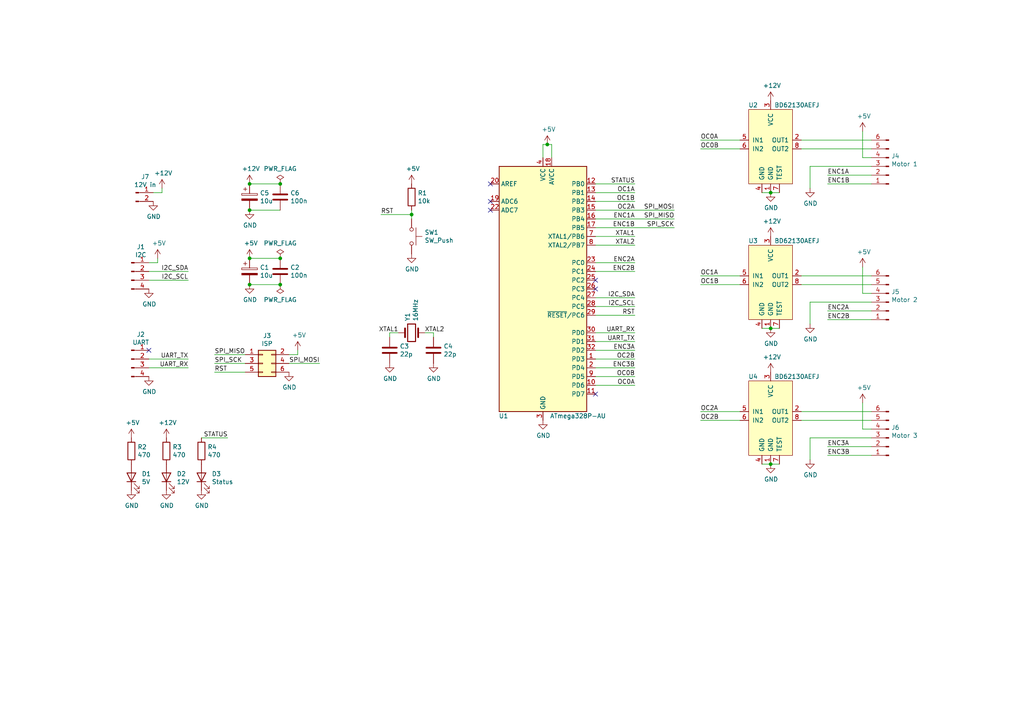
<source format=kicad_sch>
(kicad_sch (version 20211123) (generator eeschema)
  (paper "A4")
  (lib_symbols
    (symbol "Connector:Conn_01x02_Male" (pin_names (offset 1.016) hide)
      (property "Reference" "J" (at 0 2.54 0))
      (property "Value" "Conn_01x02_Male" (at 0 -5.08 0))
      (symbol "Conn_01x02_Male_1_1"
        (polyline (pts (xy 1.27 -2.54) (xy 0.8636 -2.54)) (stroke (width 0.1524)))
        (polyline (pts (xy 1.27 0) (xy 0.8636 0)) (stroke (width 0.1524)))
        (rectangle (start 0.8636 -2.413) (end 0 -2.667) (stroke (width 0.1524)) (fill (type outline)))
        (rectangle (start 0.8636 0.127) (end 0 -0.127) (stroke (width 0.1524)) (fill (type outline)))
        (pin passive line (at 5.08 0 180) (length 3.81) (name "Pin_1") (number "1"))
        (pin passive line (at 5.08 -2.54 180) (length 3.81) (name "Pin_2") (number "2"))
      )
    )
    (symbol "Connector:Conn_01x04_Male" (pin_names (offset 1.016) hide)
      (property "Reference" "J" (at 0 5.08 0))
      (property "Value" "Conn_01x04_Male" (at 0 -7.62 0))
      (symbol "Conn_01x04_Male_1_1"
        (polyline (pts (xy 1.27 -5.08) (xy 0.8636 -5.08)) (stroke (width 0.1524)))
        (polyline (pts (xy 1.27 -2.54) (xy 0.8636 -2.54)) (stroke (width 0.1524)))
        (polyline (pts (xy 1.27 0) (xy 0.8636 0)) (stroke (width 0.1524)))
        (polyline (pts (xy 1.27 2.54) (xy 0.8636 2.54)) (stroke (width 0.1524)))
        (rectangle (start 0.8636 -4.953) (end 0 -5.207) (stroke (width 0.1524)) (fill (type outline)))
        (rectangle (start 0.8636 -2.413) (end 0 -2.667) (stroke (width 0.1524)) (fill (type outline)))
        (rectangle (start 0.8636 0.127) (end 0 -0.127) (stroke (width 0.1524)) (fill (type outline)))
        (rectangle (start 0.8636 2.667) (end 0 2.413) (stroke (width 0.1524)) (fill (type outline)))
        (pin passive line (at 5.08 2.54 180) (length 3.81) (name "Pin_1") (number "1"))
        (pin passive line (at 5.08 0 180) (length 3.81) (name "Pin_2") (number "2"))
        (pin passive line (at 5.08 -2.54 180) (length 3.81) (name "Pin_3") (number "3"))
        (pin passive line (at 5.08 -5.08 180) (length 3.81) (name "Pin_4") (number "4"))
      )
    )
    (symbol "Connector:Conn_01x06_Male" (pin_names (offset 1.016) hide)
      (property "Reference" "J" (at 0 7.62 0))
      (property "Value" "Conn_01x06_Male" (at 0 -10.16 0))
      (symbol "Conn_01x06_Male_1_1"
        (polyline (pts (xy 1.27 -7.62) (xy 0.8636 -7.62)) (stroke (width 0.1524)))
        (polyline (pts (xy 1.27 -5.08) (xy 0.8636 -5.08)) (stroke (width 0.1524)))
        (polyline (pts (xy 1.27 -2.54) (xy 0.8636 -2.54)) (stroke (width 0.1524)))
        (polyline (pts (xy 1.27 0) (xy 0.8636 0)) (stroke (width 0.1524)))
        (polyline (pts (xy 1.27 2.54) (xy 0.8636 2.54)) (stroke (width 0.1524)))
        (polyline (pts (xy 1.27 5.08) (xy 0.8636 5.08)) (stroke (width 0.1524)))
        (rectangle (start 0.8636 -7.493) (end 0 -7.747) (stroke (width 0.1524)) (fill (type outline)))
        (rectangle (start 0.8636 -4.953) (end 0 -5.207) (stroke (width 0.1524)) (fill (type outline)))
        (rectangle (start 0.8636 -2.413) (end 0 -2.667) (stroke (width 0.1524)) (fill (type outline)))
        (rectangle (start 0.8636 0.127) (end 0 -0.127) (stroke (width 0.1524)) (fill (type outline)))
        (rectangle (start 0.8636 2.667) (end 0 2.413) (stroke (width 0.1524)) (fill (type outline)))
        (rectangle (start 0.8636 5.207) (end 0 4.953) (stroke (width 0.1524)) (fill (type outline)))
        (pin passive line (at 5.08 5.08 180) (length 3.81) (name "Pin_1") (number "1"))
        (pin passive line (at 5.08 2.54 180) (length 3.81) (name "Pin_2") (number "2"))
        (pin passive line (at 5.08 0 180) (length 3.81) (name "Pin_3") (number "3"))
        (pin passive line (at 5.08 -2.54 180) (length 3.81) (name "Pin_4") (number "4"))
        (pin passive line (at 5.08 -5.08 180) (length 3.81) (name "Pin_5") (number "5"))
        (pin passive line (at 5.08 -7.62 180) (length 3.81) (name "Pin_6") (number "6"))
      )
    )
    (symbol "Connector_Generic:Conn_02x03_Odd_Even" (pin_names (offset 1.016) hide)
      (property "Reference" "J" (at 1.27 5.08 0))
      (property "Value" "Conn_02x03_Odd_Even" (at 1.27 -5.08 0))
      (symbol "Conn_02x03_Odd_Even_1_1"
        (rectangle (start -1.27 -2.413) (end 0 -2.667) (stroke (width 0.1524)))
        (rectangle (start -1.27 0.127) (end 0 -0.127) (stroke (width 0.1524)))
        (rectangle (start -1.27 2.667) (end 0 2.413) (stroke (width 0.1524)))
        (rectangle (start -1.27 3.81) (end 3.81 -3.81) (stroke (width 0.254)) (fill (type background)))
        (rectangle (start 3.81 -2.413) (end 2.54 -2.667) (stroke (width 0.1524)))
        (rectangle (start 3.81 0.127) (end 2.54 -0.127) (stroke (width 0.1524)))
        (rectangle (start 3.81 2.667) (end 2.54 2.413) (stroke (width 0.1524)))
        (pin passive line (at -5.08 2.54 0) (length 3.81) (name "Pin_1") (number "1"))
        (pin passive line (at 7.62 2.54 180) (length 3.81) (name "Pin_2") (number "2"))
        (pin passive line (at -5.08 0 0) (length 3.81) (name "Pin_3") (number "3"))
        (pin passive line (at 7.62 0 180) (length 3.81) (name "Pin_4") (number "4"))
        (pin passive line (at -5.08 -2.54 0) (length 3.81) (name "Pin_5") (number "5"))
        (pin passive line (at 7.62 -2.54 180) (length 3.81) (name "Pin_6") (number "6"))
      )
    )
    (symbol "Device:C" (pin_numbers hide) (pin_names (offset 0.254))
      (property "Reference" "C" (at 0.635 2.54 0))
      (property "Value" "C" (at 0.635 -2.54 0))
      (symbol "C_0_1"
        (polyline (pts (xy -2.032 -0.762) (xy 2.032 -0.762)) (stroke (width 0.508)))
        (polyline (pts (xy -2.032 0.762) (xy 2.032 0.762)) (stroke (width 0.508)))
      )
      (symbol "C_1_1"
        (pin passive line (at 0 3.81 270) (length 2.794) (name "~") (number "1"))
        (pin passive line (at 0 -3.81 90) (length 2.794) (name "~") (number "2"))
      )
    )
    (symbol "Device:Crystal" (pin_numbers hide) (pin_names (offset 1.016) hide)
      (property "Reference" "Y" (at 0 3.81 0))
      (property "Value" "Crystal" (at 0 -3.81 0))
      (symbol "Crystal_0_1"
        (rectangle (start -1.143 2.54) (end 1.143 -2.54) (stroke (width 0.3048)))
        (polyline (pts (xy -2.54 0) (xy -1.905 0)))
        (polyline (pts (xy -1.905 -1.27) (xy -1.905 1.27)) (stroke (width 0.508)))
        (polyline (pts (xy 1.905 -1.27) (xy 1.905 1.27)) (stroke (width 0.508)))
        (polyline (pts (xy 2.54 0) (xy 1.905 0)))
      )
      (symbol "Crystal_1_1"
        (pin passive line (at -3.81 0 0) (length 1.27) (name "1") (number "1"))
        (pin passive line (at 3.81 0 180) (length 1.27) (name "2") (number "2"))
      )
    )
    (symbol "Device:LED" (pin_numbers hide) (pin_names (offset 1.016) hide)
      (property "Reference" "D" (at 0 2.54 0))
      (property "Value" "LED" (at 0 -2.54 0))
      (symbol "LED_0_1"
        (polyline (pts (xy -1.27 -1.27) (xy -1.27 1.27)) (stroke (width 0.254)))
        (polyline (pts (xy -1.27 0) (xy 1.27 0)))
        (polyline (pts (xy 1.27 -1.27) (xy 1.27 1.27) (xy -1.27 0) (xy 1.27 -1.27)) (stroke (width 0.254)))
        (polyline (pts (xy -3.048 -0.762) (xy -4.572 -2.286) (xy -3.81 -2.286) (xy -4.572 -2.286) (xy -4.572 -1.524)))
        (polyline (pts (xy -1.778 -0.762) (xy -3.302 -2.286) (xy -2.54 -2.286) (xy -3.302 -2.286) (xy -3.302 -1.524)))
      )
      (symbol "LED_1_1"
        (pin passive line (at -3.81 0 0) (length 2.54) (name "K") (number "1"))
        (pin passive line (at 3.81 0 180) (length 2.54) (name "A") (number "2"))
      )
    )
    (symbol "Device:R" (pin_numbers hide) (pin_names (offset 0))
      (property "Reference" "R" (at 2.032 0 90))
      (property "Value" "R" (at 0 0 90))
      (symbol "R_0_1"
        (rectangle (start -1.016 -2.54) (end 1.016 2.54) (stroke (width 0.254)))
      )
      (symbol "R_1_1"
        (pin passive line (at 0 3.81 270) (length 1.27) (name "~") (number "1"))
        (pin passive line (at 0 -3.81 90) (length 1.27) (name "~") (number "2"))
      )
    )
    (symbol "Switch:SW_Push" (pin_numbers hide) (pin_names (offset 1.016) hide)
      (property "Reference" "SW" (at 1.27 2.54 0))
      (property "Value" "SW_Push" (at 0 -1.524 0))
      (symbol "SW_Push_0_1"
        (circle (center -2.032 0) (radius 0.508))
        (polyline (pts (xy 0 1.27) (xy 0 3.048)))
        (polyline (pts (xy 2.54 1.27) (xy -2.54 1.27)))
        (circle (center 2.032 0) (radius 0.508))
        (pin passive line (at -5.08 0 0) (length 2.54) (name "1") (number "1"))
        (pin passive line (at 5.08 0 180) (length 2.54) (name "2") (number "2"))
      )
    )
    (symbol "custom:BD62130AEFJ" (pin_names (offset 1.016))
      (property "Reference" "U" (at -5.08 16.51 0))
      (property "Value" "BD62130AEFJ" (at 7.62 16.51 0))
      (symbol "BD62130AEFJ_0_1"
        (rectangle (start -6.35 -6.35) (end 6.35 15.24) (fill (type background)))
      )
      (symbol "BD62130AEFJ_1_1"
        (pin power_in line (at 0 -8.89 90) (length 2.54) (name "GND") (number "1"))
        (pin power_out line (at 8.89 6.35 180) (length 2.54) (name "OUT1") (number "2"))
        (pin power_in line (at 0 17.78 270) (length 2.54) (name "VCC") (number "3"))
        (pin power_in line (at -2.54 -8.89 90) (length 2.54) (name "GND") (number "4"))
        (pin input line (at -8.89 6.35 0) (length 2.54) (name "IN1") (number "5"))
        (pin input line (at -8.89 3.81 0) (length 2.54) (name "IN2") (number "6"))
        (pin input line (at 2.54 -8.89 90) (length 2.54) (name "TEST") (number "7"))
        (pin power_out line (at 8.89 3.81 180) (length 2.54) (name "OUT2") (number "8"))
        (pin power_out line (at -8.89 0 0) (length 2.54) hide (name "GND") (number "9"))
      )
    )
    (symbol "motor_board_v2-rescue:ATmega328P-AU-MCU_Microchip_ATmega"
      (property "Reference" "U" (at -12.7 36.83 0))
      (property "Value" "ATmega328P-AU-MCU_Microchip_ATmega" (at 2.54 -36.83 0))
      (symbol "ATmega328P-AU-MCU_Microchip_ATmega_0_1"
        (rectangle (start -12.7 -35.56) (end 12.7 35.56) (stroke (width 0.254)) (fill (type background)))
      )
      (symbol "ATmega328P-AU-MCU_Microchip_ATmega_1_1"
        (pin bidirectional line (at 15.24 -20.32 180) (length 2.54) (name "PD3") (number "1"))
        (pin bidirectional line (at 15.24 -27.94 180) (length 2.54) (name "PD6") (number "10"))
        (pin bidirectional line (at 15.24 -30.48 180) (length 2.54) (name "PD7") (number "11"))
        (pin bidirectional line (at 15.24 30.48 180) (length 2.54) (name "PB0") (number "12"))
        (pin bidirectional line (at 15.24 27.94 180) (length 2.54) (name "PB1") (number "13"))
        (pin bidirectional line (at 15.24 25.4 180) (length 2.54) (name "PB2") (number "14"))
        (pin bidirectional line (at 15.24 22.86 180) (length 2.54) (name "PB3") (number "15"))
        (pin bidirectional line (at 15.24 20.32 180) (length 2.54) (name "PB4") (number "16"))
        (pin bidirectional line (at 15.24 17.78 180) (length 2.54) (name "PB5") (number "17"))
        (pin power_in line (at 2.54 38.1 270) (length 2.54) (name "AVCC") (number "18"))
        (pin input line (at -15.24 25.4 0) (length 2.54) (name "ADC6") (number "19"))
        (pin bidirectional line (at 15.24 -22.86 180) (length 2.54) (name "PD4") (number "2"))
        (pin passive line (at -15.24 30.48 0) (length 2.54) (name "AREF") (number "20"))
        (pin passive line (at 0 -38.1 90) (length 2.54) hide (name "GND") (number "21"))
        (pin input line (at -15.24 22.86 0) (length 2.54) (name "ADC7") (number "22"))
        (pin bidirectional line (at 15.24 7.62 180) (length 2.54) (name "PC0") (number "23"))
        (pin bidirectional line (at 15.24 5.08 180) (length 2.54) (name "PC1") (number "24"))
        (pin bidirectional line (at 15.24 2.54 180) (length 2.54) (name "PC2") (number "25"))
        (pin bidirectional line (at 15.24 0 180) (length 2.54) (name "PC3") (number "26"))
        (pin bidirectional line (at 15.24 -2.54 180) (length 2.54) (name "PC4") (number "27"))
        (pin bidirectional line (at 15.24 -5.08 180) (length 2.54) (name "PC5") (number "28"))
        (pin bidirectional line (at 15.24 -7.62 180) (length 2.54) (name "~{RESET}/PC6") (number "29"))
        (pin power_in line (at 0 -38.1 90) (length 2.54) (name "GND") (number "3"))
        (pin bidirectional line (at 15.24 -12.7 180) (length 2.54) (name "PD0") (number "30"))
        (pin bidirectional line (at 15.24 -15.24 180) (length 2.54) (name "PD1") (number "31"))
        (pin bidirectional line (at 15.24 -17.78 180) (length 2.54) (name "PD2") (number "32"))
        (pin power_in line (at 0 38.1 270) (length 2.54) (name "VCC") (number "4"))
        (pin passive line (at 0 -38.1 90) (length 2.54) hide (name "GND") (number "5"))
        (pin passive line (at 0 38.1 270) (length 2.54) hide (name "VCC") (number "6"))
        (pin bidirectional line (at 15.24 15.24 180) (length 2.54) (name "XTAL1/PB6") (number "7"))
        (pin bidirectional line (at 15.24 12.7 180) (length 2.54) (name "XTAL2/PB7") (number "8"))
        (pin bidirectional line (at 15.24 -25.4 180) (length 2.54) (name "PD5") (number "9"))
      )
    )
    (symbol "motor_board_v2-rescue:CP-Device" (pin_numbers hide) (pin_names (offset 0.254))
      (property "Reference" "C" (at 0.635 2.54 0))
      (property "Value" "CP-Device" (at 0.635 -2.54 0))
      (symbol "CP-Device_0_1"
        (rectangle (start -2.286 0.508) (end 2.286 1.016))
        (polyline (pts (xy -1.778 2.286) (xy -0.762 2.286)))
        (polyline (pts (xy -1.27 2.794) (xy -1.27 1.778)))
        (rectangle (start 2.286 -0.508) (end -2.286 -1.016) (fill (type outline)))
      )
      (symbol "CP-Device_1_1"
        (pin passive line (at 0 3.81 270) (length 2.794) (name "~") (number "1"))
        (pin passive line (at 0 -3.81 90) (length 2.794) (name "~") (number "2"))
      )
    )
    (symbol "power:+12V" (power) (pin_names (offset 0))
      (property "Value" "+12V" (at 0 3.556 0))
      (symbol "+12V_0_1"
        (polyline (pts (xy -0.762 1.27) (xy 0 2.54)))
        (polyline (pts (xy 0 0) (xy 0 2.54)))
        (polyline (pts (xy 0 2.54) (xy 0.762 1.27)))
      )
      (symbol "+12V_1_1"
        (pin power_in line (at 0 0 90) (length 0) hide (name "+12V") (number "1"))
      )
    )
    (symbol "power:+5V" (power) (pin_names (offset 0))
      (property "Value" "+5V" (at 0 3.556 0))
      (symbol "+5V_0_1"
        (polyline (pts (xy -0.762 1.27) (xy 0 2.54)))
        (polyline (pts (xy 0 0) (xy 0 2.54)))
        (polyline (pts (xy 0 2.54) (xy 0.762 1.27)))
      )
      (symbol "+5V_1_1"
        (pin power_in line (at 0 0 90) (length 0) hide (name "+5V") (number "1"))
      )
    )
    (symbol "power:GND" (power) (pin_names (offset 0))
      (property "Value" "GND" (at 0 -3.81 0))
      (symbol "GND_0_1"
        (polyline (pts (xy 0 0) (xy 0 -1.27) (xy 1.27 -1.27) (xy 0 -2.54) (xy -1.27 -1.27) (xy 0 -1.27)))
      )
      (symbol "GND_1_1"
        (pin power_in line (at 0 0 270) (length 0) hide (name "GND") (number "1"))
      )
    )
    (symbol "power:PWR_FLAG" (power) (pin_numbers hide) (pin_names (offset 0) hide)
      (property "Value" "PWR_FLAG" (at 0 3.81 0))
      (symbol "PWR_FLAG_0_0"
        (pin power_out line (at 0 0 90) (length 0) (name "pwr") (number "1"))
      )
      (symbol "PWR_FLAG_0_1"
        (polyline (pts (xy 0 0) (xy 0 1.27) (xy -1.016 1.905) (xy 0 2.54) (xy 1.016 1.905) (xy 0 1.27)))
      )
    )
  )
  (junction (at 81.28 53.34))
  (junction (at 158.75 41.91))
  (junction (at 72.39 53.34))
  (junction (at 223.52 95.25))
  (junction (at 72.39 74.93))
  (junction (at 223.52 134.62))
  (junction (at 119.38 62.23))
  (junction (at 72.39 60.96))
  (junction (at 72.39 82.55))
  (junction (at 223.52 55.88))
  (junction (at 81.28 82.55))
  (junction (at 81.28 74.93))
  (no_connect (at 172.72 83.82))
  (no_connect (at 142.24 53.34))
  (no_connect (at 43.18 101.6))
  (no_connect (at 172.72 114.3))
  (no_connect (at 142.24 58.42))
  (no_connect (at 142.24 60.96))
  (no_connect (at 172.72 81.28))
  (wire (pts (xy 172.72 99.06) (xy 184.15 99.06)))
  (wire (pts (xy 232.41 80.01) (xy 252.73 80.01)))
  (wire (pts (xy 252.73 85.09) (xy 250.19 85.09)))
  (wire (pts (xy 232.41 82.55) (xy 252.73 82.55)))
  (wire (pts (xy 43.18 78.74) (xy 54.61 78.74)))
  (wire (pts (xy 234.95 48.26) (xy 234.95 54.61)))
  (wire (pts (xy 125.73 97.79) (xy 125.73 96.52)))
  (wire (pts (xy 43.18 106.68) (xy 54.61 106.68)))
  (wire (pts (xy 250.19 85.09) (xy 250.19 77.47)))
  (wire (pts (xy 43.18 76.2) (xy 45.72 76.2)))
  (wire (pts (xy 252.73 87.63) (xy 234.95 87.63)))
  (wire (pts (xy 172.72 111.76) (xy 184.15 111.76)))
  (wire (pts (xy 43.18 81.28) (xy 54.61 81.28)))
  (wire (pts (xy 214.63 121.92) (xy 203.2 121.92)))
  (wire (pts (xy 157.48 45.72) (xy 157.48 41.91)))
  (wire (pts (xy 172.72 60.96) (xy 195.58 60.96)))
  (wire (pts (xy 81.28 82.55) (xy 72.39 82.55)))
  (wire (pts (xy 172.72 106.68) (xy 184.15 106.68)))
  (wire (pts (xy 113.03 96.52) (xy 113.03 97.79)))
  (wire (pts (xy 226.06 134.62) (xy 223.52 134.62)))
  (wire (pts (xy 83.82 102.87) (xy 86.36 102.87)))
  (wire (pts (xy 119.38 63.5) (xy 119.38 62.23)))
  (wire (pts (xy 71.12 102.87) (xy 62.23 102.87)))
  (wire (pts (xy 172.72 91.44) (xy 184.15 91.44)))
  (wire (pts (xy 214.63 80.01) (xy 203.2 80.01)))
  (wire (pts (xy 172.72 104.14) (xy 184.15 104.14)))
  (wire (pts (xy 71.12 107.95) (xy 62.23 107.95)))
  (wire (pts (xy 45.72 76.2) (xy 45.72 74.93)))
  (wire (pts (xy 214.63 40.64) (xy 203.2 40.64)))
  (wire (pts (xy 214.63 43.18) (xy 203.2 43.18)))
  (wire (pts (xy 172.72 66.04) (xy 195.58 66.04)))
  (wire (pts (xy 214.63 82.55) (xy 203.2 82.55)))
  (wire (pts (xy 252.73 124.46) (xy 250.19 124.46)))
  (wire (pts (xy 252.73 50.8) (xy 240.03 50.8)))
  (wire (pts (xy 172.72 96.52) (xy 184.15 96.52)))
  (wire (pts (xy 43.18 104.14) (xy 54.61 104.14)))
  (wire (pts (xy 226.06 55.88) (xy 223.52 55.88)))
  (wire (pts (xy 83.82 105.41) (xy 92.71 105.41)))
  (wire (pts (xy 252.73 127) (xy 234.95 127)))
  (wire (pts (xy 172.72 53.34) (xy 184.15 53.34)))
  (wire (pts (xy 252.73 132.08) (xy 240.03 132.08)))
  (wire (pts (xy 232.41 121.92) (xy 252.73 121.92)))
  (wire (pts (xy 81.28 60.96) (xy 72.39 60.96)))
  (wire (pts (xy 214.63 119.38) (xy 203.2 119.38)))
  (wire (pts (xy 252.73 45.72) (xy 250.19 45.72)))
  (wire (pts (xy 226.06 95.25) (xy 223.52 95.25)))
  (wire (pts (xy 172.72 63.5) (xy 195.58 63.5)))
  (wire (pts (xy 157.48 41.91) (xy 158.75 41.91)))
  (wire (pts (xy 234.95 127) (xy 234.95 133.35)))
  (wire (pts (xy 172.72 109.22) (xy 184.15 109.22)))
  (wire (pts (xy 125.73 96.52) (xy 123.19 96.52)))
  (wire (pts (xy 220.98 95.25) (xy 223.52 95.25)))
  (wire (pts (xy 250.19 124.46) (xy 250.19 116.84)))
  (wire (pts (xy 172.72 86.36) (xy 184.15 86.36)))
  (wire (pts (xy 160.02 41.91) (xy 160.02 45.72)))
  (wire (pts (xy 58.42 127) (xy 66.04 127)))
  (wire (pts (xy 81.28 53.34) (xy 72.39 53.34)))
  (wire (pts (xy 172.72 88.9) (xy 184.15 88.9)))
  (wire (pts (xy 46.99 55.88) (xy 46.99 54.61)))
  (wire (pts (xy 232.41 43.18) (xy 252.73 43.18)))
  (wire (pts (xy 220.98 134.62) (xy 223.52 134.62)))
  (wire (pts (xy 252.73 90.17) (xy 240.03 90.17)))
  (wire (pts (xy 252.73 53.34) (xy 240.03 53.34)))
  (wire (pts (xy 172.72 68.58) (xy 184.15 68.58)))
  (wire (pts (xy 220.98 55.88) (xy 223.52 55.88)))
  (wire (pts (xy 232.41 119.38) (xy 252.73 119.38)))
  (wire (pts (xy 158.75 41.91) (xy 160.02 41.91)))
  (wire (pts (xy 72.39 74.93) (xy 81.28 74.93)))
  (wire (pts (xy 86.36 102.87) (xy 86.36 101.6)))
  (wire (pts (xy 172.72 55.88) (xy 184.15 55.88)))
  (wire (pts (xy 172.72 58.42) (xy 184.15 58.42)))
  (wire (pts (xy 119.38 62.23) (xy 119.38 60.96)))
  (wire (pts (xy 44.45 55.88) (xy 46.99 55.88)))
  (wire (pts (xy 252.73 92.71) (xy 240.03 92.71)))
  (wire (pts (xy 172.72 78.74) (xy 184.15 78.74)))
  (wire (pts (xy 172.72 76.2) (xy 184.15 76.2)))
  (wire (pts (xy 172.72 71.12) (xy 184.15 71.12)))
  (wire (pts (xy 232.41 40.64) (xy 252.73 40.64)))
  (wire (pts (xy 115.57 96.52) (xy 113.03 96.52)))
  (wire (pts (xy 119.38 62.23) (xy 110.49 62.23)))
  (wire (pts (xy 234.95 87.63) (xy 234.95 93.98)))
  (wire (pts (xy 252.73 129.54) (xy 240.03 129.54)))
  (wire (pts (xy 172.72 101.6) (xy 184.15 101.6)))
  (wire (pts (xy 250.19 45.72) (xy 250.19 38.1)))
  (wire (pts (xy 252.73 48.26) (xy 234.95 48.26)))
  (wire (pts (xy 71.12 105.41) (xy 62.23 105.41)))
  (label "ENC3A" (at 240.03 129.54 0))
  (label "SPI_MOSI" (at 92.71 105.41 180))
  (label "SPI_SCK" (at 195.58 66.04 180))
  (label "OC2A" (at 184.15 60.96 180))
  (label "SPI_MISO" (at 195.58 63.5 180))
  (label "XTAL1" (at 184.15 68.58 180))
  (label "OC2B" (at 184.15 104.14 180))
  (label "I2C_SCL" (at 54.61 81.28 180))
  (label "ENC3B" (at 184.15 106.68 180))
  (label "UART_RX" (at 54.61 106.68 180))
  (label "OC0A" (at 184.15 111.76 180))
  (label "XTAL2" (at 123.19 96.52 0))
  (label "ENC2A" (at 240.03 90.17 0))
  (label "ENC1A" (at 240.03 50.8 0))
  (label "OC1B" (at 203.2 82.55 0))
  (label "I2C_SCL" (at 184.15 88.9 180))
  (label "ENC1A" (at 184.15 63.5 180))
  (label "ENC1B" (at 184.15 66.04 180))
  (label "I2C_SDA" (at 184.15 86.36 180))
  (label "RST" (at 184.15 91.44 180))
  (label "STATUS" (at 66.04 127 180))
  (label "RST" (at 110.49 62.23 0))
  (label "OC2A" (at 203.2 119.38 0))
  (label "UART_TX" (at 54.61 104.14 180))
  (label "I2C_SDA" (at 54.61 78.74 180))
  (label "XTAL2" (at 184.15 71.12 180))
  (label "STATUS" (at 184.15 53.34 180))
  (label "ENC2B" (at 240.03 92.71 0))
  (label "ENC3B" (at 240.03 132.08 0))
  (label "OC0B" (at 203.2 43.18 0))
  (label "SPI_MISO" (at 62.23 102.87 0))
  (label "OC0B" (at 184.15 109.22 180))
  (label "SPI_MOSI" (at 195.58 60.96 180))
  (label "XTAL1" (at 115.57 96.52 180))
  (label "OC0A" (at 203.2 40.64 0))
  (label "ENC3A" (at 184.15 101.6 180))
  (label "OC1A" (at 203.2 80.01 0))
  (label "OC1B" (at 184.15 58.42 180))
  (label "OC2B" (at 203.2 121.92 0))
  (label "ENC1B" (at 240.03 53.34 0))
  (label "RST" (at 62.23 107.95 0))
  (label "ENC2A" (at 184.15 76.2 180))
  (label "OC1A" (at 184.15 55.88 180))
  (label "UART_TX" (at 184.15 99.06 180))
  (label "SPI_SCK" (at 62.23 105.41 0))
  (label "UART_RX" (at 184.15 96.52 180))
  (label "ENC2B" (at 184.15 78.74 180))
  (symbol (lib_id "motor_board_v2-rescue:ATmega328P-AU-MCU_Microchip_ATmega") (at 157.48 83.82 0) (unit 1)
    (property "Reference" "U1" (at 146.05 120.65 0))
    (property "Value" "ATmega328P-AU" (at 167.64 120.65 0))
    (property "Footprint" "Package_QFP:TQFP-32_7x7mm_P0.8mm" (effects hide))
    (property "Datasheet" "http://ww1.microchip.com/downloads/en/DeviceDoc/ATmega328_P%20AVR%20MCU%20with%20picoPower%20Technology%20Data%20Sheet%2040001984A.pdf" (effects hide))
  )
  (symbol (lib_id "power:GND") (at 157.48 121.92 0) (unit 1)
    (property "Reference" "#PWR012" (effects hide))
    (property "Value" "GND" (at 157.607 126.3142 0))
  )
  (symbol (lib_id "power:+5V") (at 158.75 41.91 0) (unit 1)
    (property "Reference" "#PWR013" (effects hide))
    (property "Value" "+5V" (at 159.131 37.5158 0))
  )
  (symbol (lib_id "Device:Crystal") (at 119.38 96.52 0) (unit 1)
    (property "Reference" "Y1" (at 118.2116 93.1926 90) (effects (justify left)))
    (property "Value" "16MHz" (at 120.523 93.1926 90) (effects (justify left)))
    (property "Footprint" "Crystal:Crystal_SMD_HC49-SD" (effects hide))
  )
  (symbol (lib_id "Device:C") (at 125.73 101.6 0) (unit 1)
    (property "Reference" "C4" (at 128.651 100.4316 0) (effects (justify left)))
    (property "Value" "22p" (at 128.651 102.743 0) (effects (justify left)))
    (property "Footprint" "Capacitor_SMD:C_0805_2012Metric" (effects hide))
  )
  (symbol (lib_id "Device:C") (at 113.03 101.6 0) (unit 1)
    (property "Reference" "C3" (at 115.951 100.4316 0) (effects (justify left)))
    (property "Value" "22p" (at 115.951 102.743 0) (effects (justify left)))
    (property "Footprint" "Capacitor_SMD:C_0805_2012Metric" (effects hide))
  )
  (symbol (lib_id "power:GND") (at 113.03 105.41 0) (unit 1)
    (property "Reference" "#PWR08" (effects hide))
    (property "Value" "GND" (at 113.157 109.8042 0))
  )
  (symbol (lib_id "power:GND") (at 125.73 105.41 0) (unit 1)
    (property "Reference" "#PWR011" (effects hide))
    (property "Value" "GND" (at 125.857 109.8042 0))
  )
  (symbol (lib_id "power:+5V") (at 119.38 53.34 0) (unit 1)
    (property "Reference" "#PWR09" (effects hide))
    (property "Value" "+5V" (at 119.761 48.9458 0))
  )
  (symbol (lib_id "power:GND") (at 119.38 73.66 0) (unit 1)
    (property "Reference" "#PWR010" (effects hide))
    (property "Value" "GND" (at 119.507 78.0542 0))
  )
  (symbol (lib_id "Device:R") (at 119.38 57.15 0) (unit 1)
    (property "Reference" "R1" (at 121.158 55.9816 0) (effects (justify left)))
    (property "Value" "10k" (at 121.158 58.293 0) (effects (justify left)))
    (property "Footprint" "Resistor_SMD:R_1206_3216Metric" (effects hide))
  )
  (symbol (lib_id "Switch:SW_Push") (at 119.38 68.58 270) (unit 1)
    (property "Reference" "SW1" (at 123.1392 67.4116 90) (effects (justify left)))
    (property "Value" "SW_Push" (at 123.1392 69.723 90) (effects (justify left)))
    (property "Footprint" "Button_Switch_THT:SW_PUSH_6mm" (effects hide))
  )
  (symbol (lib_id "custom:BD62130AEFJ") (at 223.52 46.99 0) (unit 1)
    (property "Reference" "U2" (at 218.44 30.48 0))
    (property "Value" "BD62130AEFJ" (at 231.14 30.48 0))
    (property "Footprint" "Package_SO:HTSOP-8-1EP_3.9x4.9mm_P1.27mm_EP2.4x3.2mm" (effects hide))
  )
  (symbol (lib_id "power:GND") (at 223.52 55.88 0) (unit 1)
    (property "Reference" "#PWR015" (effects hide))
    (property "Value" "GND" (at 223.647 60.2742 0))
  )
  (symbol (lib_id "power:+12V") (at 223.52 29.21 0) (unit 1)
    (property "Reference" "#PWR014" (effects hide))
    (property "Value" "+12V" (at 223.901 24.8158 0))
  )
  (symbol (lib_id "Connector:Conn_01x06_Male") (at 257.81 48.26 180) (unit 1)
    (property "Reference" "J4" (at 258.5212 45.2628 0) (effects (justify right)))
    (property "Value" "Motor 1" (at 258.5212 47.5742 0) (effects (justify right)))
    (property "Footprint" "Connector_JST:JST_PH_S6B-PH-K_1x06_P2.00mm_Horizontal" (effects hide))
  )
  (symbol (lib_id "power:+5V") (at 250.19 38.1 0) (unit 1)
    (property "Reference" "#PWR023" (effects hide))
    (property "Value" "+5V" (at 250.571 33.7058 0))
  )
  (symbol (lib_id "power:GND") (at 234.95 54.61 0) (unit 1)
    (property "Reference" "#PWR020" (effects hide))
    (property "Value" "GND" (at 235.077 59.0042 0))
  )
  (symbol (lib_id "custom:BD62130AEFJ") (at 223.52 86.36 0) (unit 1)
    (property "Reference" "U3" (at 218.44 69.85 0))
    (property "Value" "BD62130AEFJ" (at 231.14 69.85 0))
    (property "Footprint" "Package_SO:HTSOP-8-1EP_3.9x4.9mm_P1.27mm_EP2.4x3.2mm" (effects hide))
  )
  (symbol (lib_id "power:GND") (at 223.52 95.25 0) (unit 1)
    (property "Reference" "#PWR017" (effects hide))
    (property "Value" "GND" (at 223.647 99.6442 0))
  )
  (symbol (lib_id "power:+12V") (at 223.52 68.58 0) (unit 1)
    (property "Reference" "#PWR016" (effects hide))
    (property "Value" "+12V" (at 223.901 64.1858 0))
  )
  (symbol (lib_id "Connector:Conn_01x06_Male") (at 257.81 87.63 180) (unit 1)
    (property "Reference" "J5" (at 258.5212 84.6328 0) (effects (justify right)))
    (property "Value" "Motor 2" (at 258.5212 86.9442 0) (effects (justify right)))
    (property "Footprint" "Connector_JST:JST_PH_S6B-PH-K_1x06_P2.00mm_Horizontal" (effects hide))
  )
  (symbol (lib_id "power:+5V") (at 250.19 77.47 0) (unit 1)
    (property "Reference" "#PWR024" (effects hide))
    (property "Value" "+5V" (at 250.571 73.0758 0))
  )
  (symbol (lib_id "power:GND") (at 234.95 93.98 0) (unit 1)
    (property "Reference" "#PWR021" (effects hide))
    (property "Value" "GND" (at 235.077 98.3742 0))
  )
  (symbol (lib_id "custom:BD62130AEFJ") (at 223.52 125.73 0) (unit 1)
    (property "Reference" "U4" (at 218.44 109.22 0))
    (property "Value" "BD62130AEFJ" (at 231.14 109.22 0))
    (property "Footprint" "Package_SO:HTSOP-8-1EP_3.9x4.9mm_P1.27mm_EP2.4x3.2mm" (effects hide))
  )
  (symbol (lib_id "power:GND") (at 223.52 134.62 0) (unit 1)
    (property "Reference" "#PWR019" (effects hide))
    (property "Value" "GND" (at 223.647 139.0142 0))
  )
  (symbol (lib_id "power:+12V") (at 223.52 107.95 0) (unit 1)
    (property "Reference" "#PWR018" (effects hide))
    (property "Value" "+12V" (at 223.901 103.5558 0))
  )
  (symbol (lib_id "Connector:Conn_01x06_Male") (at 257.81 127 180) (unit 1)
    (property "Reference" "J6" (at 258.5212 124.0028 0) (effects (justify right)))
    (property "Value" "Motor 3" (at 258.5212 126.3142 0) (effects (justify right)))
    (property "Footprint" "Connector_JST:JST_PH_S6B-PH-K_1x06_P2.00mm_Horizontal" (effects hide))
  )
  (symbol (lib_id "power:+5V") (at 250.19 116.84 0) (unit 1)
    (property "Reference" "#PWR025" (effects hide))
    (property "Value" "+5V" (at 250.571 112.4458 0))
  )
  (symbol (lib_id "power:GND") (at 234.95 133.35 0) (unit 1)
    (property "Reference" "#PWR022" (effects hide))
    (property "Value" "GND" (at 235.077 137.7442 0))
  )
  (symbol (lib_id "Connector:Conn_01x04_Male") (at 38.1 78.74 0) (unit 1)
    (property "Reference" "J1" (at 40.8432 71.6026 0))
    (property "Value" "I2C" (at 40.8432 73.914 0))
    (property "Footprint" "Connector_Molex:Molex_KK-254_AE-6410-04A_1x04_P2.54mm_Vertical" (effects hide))
  )
  (symbol (lib_id "power:GND") (at 43.18 83.82 0) (unit 1)
    (property "Reference" "#PWR01" (effects hide))
    (property "Value" "GND" (at 43.307 88.2142 0))
  )
  (symbol (lib_id "power:+5V") (at 45.72 74.93 0) (unit 1)
    (property "Reference" "#PWR03" (effects hide))
    (property "Value" "+5V" (at 46.101 70.5358 0))
  )
  (symbol (lib_id "power:+5V") (at 72.39 74.93 0) (unit 1)
    (property "Reference" "#PWR04" (effects hide))
    (property "Value" "+5V" (at 72.771 70.5358 0))
  )
  (symbol (lib_id "power:GND") (at 72.39 82.55 0) (unit 1)
    (property "Reference" "#PWR05" (effects hide))
    (property "Value" "GND" (at 72.517 86.9442 0))
  )
  (symbol (lib_id "motor_board_v2-rescue:CP-Device") (at 72.39 78.74 0) (unit 1)
    (property "Reference" "C1" (at 75.3872 77.5716 0) (effects (justify left)))
    (property "Value" "10u" (at 75.3872 79.883 0) (effects (justify left)))
    (property "Footprint" "Capacitor_THT:CP_Radial_D6.3mm_P2.50mm" (effects hide))
  )
  (symbol (lib_id "Device:C") (at 81.28 78.74 0) (unit 1)
    (property "Reference" "C2" (at 84.201 77.5716 0) (effects (justify left)))
    (property "Value" "100n" (at 84.201 79.883 0) (effects (justify left)))
    (property "Footprint" "Capacitor_SMD:C_0805_2012Metric" (effects hide))
  )
  (symbol (lib_id "power:PWR_FLAG") (at 81.28 74.93 0) (unit 1)
    (property "Reference" "#FLG01" (effects hide))
    (property "Value" "PWR_FLAG" (at 81.28 70.5358 0))
  )
  (symbol (lib_id "power:PWR_FLAG") (at 81.28 82.55 180) (unit 1)
    (property "Reference" "#FLG02" (effects hide))
    (property "Value" "PWR_FLAG" (at 81.28 86.9442 0))
  )
  (symbol (lib_id "Connector:Conn_01x04_Male") (at 38.1 104.14 0) (unit 1)
    (property "Reference" "J2" (at 40.8432 97.0026 0))
    (property "Value" "UART" (at 40.8432 99.314 0))
    (property "Footprint" "Connector_Molex:Molex_KK-254_AE-6410-04A_1x04_P2.54mm_Vertical" (effects hide))
  )
  (symbol (lib_id "power:GND") (at 43.18 109.22 0) (unit 1)
    (property "Reference" "#PWR02" (effects hide))
    (property "Value" "GND" (at 43.307 113.6142 0))
  )
  (symbol (lib_id "Connector_Generic:Conn_02x03_Odd_Even") (at 76.2 105.41 0) (unit 1)
    (property "Reference" "J3" (at 77.47 97.3582 0))
    (property "Value" "ISP" (at 77.47 99.6696 0))
    (property "Footprint" "Connector_PinSocket_2.54mm:PinSocket_2x03_P2.54mm_Vertical" (effects hide))
  )
  (symbol (lib_id "power:+5V") (at 86.36 101.6 0) (unit 1)
    (property "Reference" "#PWR07" (effects hide))
    (property "Value" "+5V" (at 86.741 97.2058 0))
  )
  (symbol (lib_id "power:GND") (at 83.82 107.95 0) (unit 1)
    (property "Reference" "#PWR06" (effects hide))
    (property "Value" "GND" (at 83.947 112.3442 0))
  )
  (symbol (lib_id "Connector:Conn_01x02_Male") (at 39.37 55.88 0) (unit 1)
    (property "Reference" "J7" (at 42.1132 51.2826 0))
    (property "Value" "12V in" (at 42.1132 53.594 0))
    (property "Footprint" "Connector_BarrelJack:BarrelJack_Horizontal" (effects hide))
  )
  (symbol (lib_id "power:GND") (at 44.45 58.42 0) (unit 1)
    (property "Reference" "#PWR026" (effects hide))
    (property "Value" "GND" (at 44.577 62.8142 0))
  )
  (symbol (lib_id "power:+12V") (at 46.99 54.61 0) (unit 1)
    (property "Reference" "#PWR027" (effects hide))
    (property "Value" "+12V" (at 47.371 50.2158 0))
  )
  (symbol (lib_id "power:GND") (at 72.39 60.96 0) (unit 1)
    (property "Reference" "#PWR029" (effects hide))
    (property "Value" "GND" (at 72.517 65.3542 0))
  )
  (symbol (lib_id "motor_board_v2-rescue:CP-Device") (at 72.39 57.15 0) (unit 1)
    (property "Reference" "C5" (at 75.3872 55.9816 0) (effects (justify left)))
    (property "Value" "10u" (at 75.3872 58.293 0) (effects (justify left)))
    (property "Footprint" "Capacitor_THT:CP_Radial_D6.3mm_P2.50mm" (effects hide))
  )
  (symbol (lib_id "Device:C") (at 81.28 57.15 0) (unit 1)
    (property "Reference" "C6" (at 84.201 55.9816 0) (effects (justify left)))
    (property "Value" "100n" (at 84.201 58.293 0) (effects (justify left)))
    (property "Footprint" "Capacitor_SMD:C_0805_2012Metric" (effects hide))
  )
  (symbol (lib_id "power:PWR_FLAG") (at 81.28 53.34 0) (unit 1)
    (property "Reference" "#FLG03" (effects hide))
    (property "Value" "PWR_FLAG" (at 81.28 48.9458 0))
  )
  (symbol (lib_id "power:+12V") (at 72.39 53.34 0) (unit 1)
    (property "Reference" "#PWR028" (effects hide))
    (property "Value" "+12V" (at 72.771 48.9458 0))
  )
  (symbol (lib_id "Device:R") (at 38.1 130.81 0) (unit 1)
    (property "Reference" "R2" (at 39.878 129.6416 0) (effects (justify left)))
    (property "Value" "470" (at 39.878 131.953 0) (effects (justify left)))
    (property "Footprint" "Resistor_SMD:R_1206_3216Metric" (effects hide))
  )
  (symbol (lib_id "Device:LED") (at 38.1 138.43 90) (unit 1)
    (property "Reference" "D1" (at 41.0972 137.4394 90) (effects (justify right)))
    (property "Value" "5V" (at 41.0972 139.7508 90) (effects (justify right)))
    (property "Footprint" "LED_SMD:LED_0603_1608Metric" (effects hide))
  )
  (symbol (lib_id "power:GND") (at 38.1 142.24 0) (unit 1)
    (property "Reference" "#PWR031" (effects hide))
    (property "Value" "GND" (at 38.227 146.6342 0))
  )
  (symbol (lib_id "power:+5V") (at 38.1 127 0) (unit 1)
    (property "Reference" "#PWR030" (effects hide))
    (property "Value" "+5V" (at 38.481 122.6058 0))
  )
  (symbol (lib_id "Device:R") (at 48.26 130.81 0) (unit 1)
    (property "Reference" "R3" (at 50.038 129.6416 0) (effects (justify left)))
    (property "Value" "470" (at 50.038 131.953 0) (effects (justify left)))
    (property "Footprint" "Resistor_SMD:R_1206_3216Metric" (effects hide))
  )
  (symbol (lib_id "Device:LED") (at 48.26 138.43 90) (unit 1)
    (property "Reference" "D2" (at 51.2572 137.4394 90) (effects (justify right)))
    (property "Value" "12V" (at 51.2572 139.7508 90) (effects (justify right)))
    (property "Footprint" "LED_SMD:LED_0603_1608Metric" (effects hide))
  )
  (symbol (lib_id "power:GND") (at 48.26 142.24 0) (unit 1)
    (property "Reference" "#PWR033" (effects hide))
    (property "Value" "GND" (at 48.387 146.6342 0))
  )
  (symbol (lib_id "Device:R") (at 58.42 130.81 0) (unit 1)
    (property "Reference" "R4" (at 60.198 129.6416 0) (effects (justify left)))
    (property "Value" "470" (at 60.198 131.953 0) (effects (justify left)))
    (property "Footprint" "Resistor_SMD:R_1206_3216Metric" (effects hide))
  )
  (symbol (lib_id "Device:LED") (at 58.42 138.43 90) (unit 1)
    (property "Reference" "D3" (at 61.4172 137.4394 90) (effects (justify right)))
    (property "Value" "Status" (at 61.4172 139.7508 90) (effects (justify right)))
    (property "Footprint" "LED_SMD:LED_0603_1608Metric" (effects hide))
  )
  (symbol (lib_id "power:GND") (at 58.42 142.24 0) (unit 1)
    (property "Reference" "#PWR034" (effects hide))
    (property "Value" "GND" (at 58.547 146.6342 0))
  )
  (symbol (lib_id "power:+12V") (at 48.26 127 0) (unit 1)
    (property "Reference" "#PWR032" (effects hide))
    (property "Value" "+12V" (at 48.641 122.6058 0))
  )
)
</source>
